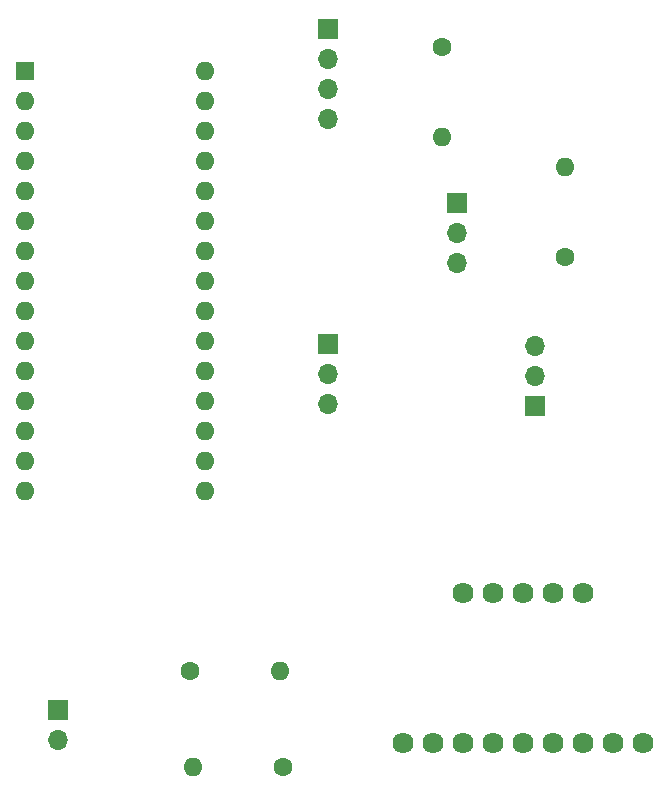
<source format=gts>
%TF.GenerationSoftware,KiCad,Pcbnew,(6.0.2-0)*%
%TF.CreationDate,2023-03-25T20:23:27-04:00*%
%TF.ProjectId,SensorNode_PCB,53656e73-6f72-44e6-9f64-655f5043422e,v01*%
%TF.SameCoordinates,Original*%
%TF.FileFunction,Soldermask,Top*%
%TF.FilePolarity,Negative*%
%FSLAX46Y46*%
G04 Gerber Fmt 4.6, Leading zero omitted, Abs format (unit mm)*
G04 Created by KiCad (PCBNEW (6.0.2-0)) date 2023-03-25 20:23:27*
%MOMM*%
%LPD*%
G01*
G04 APERTURE LIST*
%ADD10R,1.600000X1.600000*%
%ADD11O,1.600000X1.600000*%
%ADD12R,1.700000X1.700000*%
%ADD13O,1.700000X1.700000*%
%ADD14C,1.600000*%
%ADD15C,1.782000*%
G04 APERTURE END LIST*
D10*
%TO.C,Nano1*%
X134366000Y-53594000D03*
D11*
X134366000Y-56134000D03*
X134366000Y-58674000D03*
X134366000Y-61214000D03*
X134366000Y-63754000D03*
X134366000Y-66294000D03*
X134366000Y-68834000D03*
X134366000Y-71374000D03*
X134366000Y-73914000D03*
X134366000Y-76454000D03*
X134366000Y-78994000D03*
X134366000Y-81534000D03*
X134366000Y-84074000D03*
X134366000Y-86614000D03*
X134366000Y-89154000D03*
X149606000Y-89154000D03*
X149606000Y-86614000D03*
X149606000Y-84074000D03*
X149606000Y-81534000D03*
X149606000Y-78994000D03*
X149606000Y-76454000D03*
X149606000Y-73914000D03*
X149606000Y-71374000D03*
X149606000Y-68834000D03*
X149606000Y-66294000D03*
X149606000Y-63754000D03*
X149606000Y-61214000D03*
X149606000Y-58674000D03*
X149606000Y-56134000D03*
X149606000Y-53594000D03*
%TD*%
D12*
%TO.C,B_levels1*%
X137160000Y-107696000D03*
D13*
X137160000Y-110236000D03*
%TD*%
D14*
%TO.C,R1*%
X169672000Y-51562000D03*
D11*
X169672000Y-59182000D03*
%TD*%
D12*
%TO.C,FluidL1*%
X160020000Y-50038000D03*
D13*
X160020000Y-52578000D03*
X160020000Y-55118000D03*
X160020000Y-57658000D03*
%TD*%
D12*
%TO.C,Pulse1*%
X160020000Y-76708000D03*
D13*
X160020000Y-79248000D03*
X160020000Y-81788000D03*
%TD*%
D14*
%TO.C,R4*%
X180086000Y-69342000D03*
D11*
X180086000Y-61722000D03*
%TD*%
D15*
%TO.C,Accelerometer1*%
X166370000Y-110490000D03*
X168910000Y-110490000D03*
X171450000Y-110490000D03*
X173990000Y-110490000D03*
X176530000Y-110490000D03*
X179070000Y-110490000D03*
X181610000Y-110490000D03*
X184150000Y-110490000D03*
X186690000Y-110490000D03*
X171450000Y-97790000D03*
X173990000Y-97790000D03*
X176530000Y-97790000D03*
X179070000Y-97790000D03*
X181610000Y-97790000D03*
%TD*%
D14*
%TO.C,R2*%
X148336000Y-104394000D03*
D11*
X155956000Y-104394000D03*
%TD*%
D14*
%TO.C,R3*%
X156210000Y-112522000D03*
D11*
X148590000Y-112522000D03*
%TD*%
D12*
%TO.C,BodyT1*%
X170942000Y-64770000D03*
D13*
X170942000Y-67310000D03*
X170942000Y-69850000D03*
%TD*%
D12*
%TO.C,Pressure1*%
X177546000Y-82027000D03*
D13*
X177546000Y-79487000D03*
X177546000Y-76947000D03*
%TD*%
M02*

</source>
